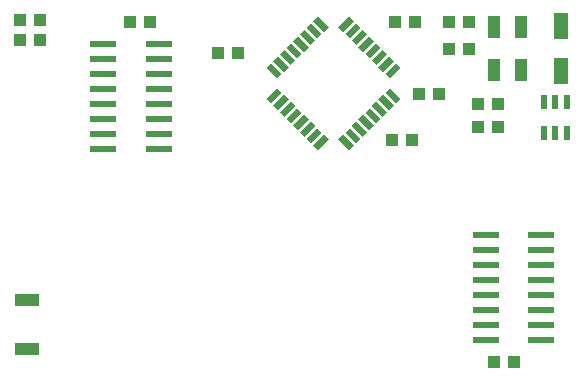
<source format=gtp>
G04 EAGLE Gerber RS-274X export*
G75*
%MOMM*%
%FSLAX34Y34*%
%LPD*%
%INSolderpaste Top*%
%IPPOS*%
%AMOC8*
5,1,8,0,0,1.08239X$1,22.5*%
G01*
%ADD10R,2.184400X0.558800*%
%ADD11R,1.270000X0.558800*%
%ADD12R,0.558800X1.270000*%
%ADD13R,1.100000X1.000000*%
%ADD14R,1.100000X1.900000*%
%ADD15R,1.150000X2.200000*%
%ADD16R,2.000000X1.000000*%


D10*
X480822Y38100D03*
X480822Y50800D03*
X480822Y63500D03*
X480822Y76200D03*
X480822Y88900D03*
X480822Y101600D03*
X480822Y114300D03*
X480822Y127000D03*
X433578Y127000D03*
X433578Y114300D03*
X433578Y101600D03*
X433578Y88900D03*
X433578Y76200D03*
X433578Y63500D03*
X433578Y50800D03*
X433578Y38100D03*
D11*
G36*
X348487Y263310D02*
X357466Y272289D01*
X361417Y268338D01*
X352438Y259359D01*
X348487Y263310D01*
G37*
G36*
X342830Y268967D02*
X351809Y277946D01*
X355760Y273995D01*
X346781Y265016D01*
X342830Y268967D01*
G37*
G36*
X337174Y274624D02*
X346153Y283603D01*
X350104Y279652D01*
X341125Y270673D01*
X337174Y274624D01*
G37*
G36*
X331517Y280281D02*
X340496Y289260D01*
X344447Y285309D01*
X335468Y276330D01*
X331517Y280281D01*
G37*
G36*
X325860Y285938D02*
X334839Y294917D01*
X338790Y290966D01*
X329811Y281987D01*
X325860Y285938D01*
G37*
G36*
X320203Y291595D02*
X329182Y300574D01*
X333133Y296623D01*
X324154Y287644D01*
X320203Y291595D01*
G37*
G36*
X314546Y297251D02*
X323525Y306230D01*
X327476Y302279D01*
X318497Y293300D01*
X314546Y297251D01*
G37*
G36*
X308889Y302908D02*
X317868Y311887D01*
X321819Y307936D01*
X312840Y298957D01*
X308889Y302908D01*
G37*
D12*
G36*
X287781Y307936D02*
X291732Y311887D01*
X300711Y302908D01*
X296760Y298957D01*
X287781Y307936D01*
G37*
G36*
X282124Y302279D02*
X286075Y306230D01*
X295054Y297251D01*
X291103Y293300D01*
X282124Y302279D01*
G37*
G36*
X276467Y296623D02*
X280418Y300574D01*
X289397Y291595D01*
X285446Y287644D01*
X276467Y296623D01*
G37*
G36*
X270810Y290966D02*
X274761Y294917D01*
X283740Y285938D01*
X279789Y281987D01*
X270810Y290966D01*
G37*
G36*
X265153Y285309D02*
X269104Y289260D01*
X278083Y280281D01*
X274132Y276330D01*
X265153Y285309D01*
G37*
G36*
X259496Y279652D02*
X263447Y283603D01*
X272426Y274624D01*
X268475Y270673D01*
X259496Y279652D01*
G37*
G36*
X253840Y273995D02*
X257791Y277946D01*
X266770Y268967D01*
X262819Y265016D01*
X253840Y273995D01*
G37*
G36*
X248183Y268338D02*
X252134Y272289D01*
X261113Y263310D01*
X257162Y259359D01*
X248183Y268338D01*
G37*
D11*
G36*
X248183Y242202D02*
X257162Y251181D01*
X261113Y247230D01*
X252134Y238251D01*
X248183Y242202D01*
G37*
G36*
X253840Y236545D02*
X262819Y245524D01*
X266770Y241573D01*
X257791Y232594D01*
X253840Y236545D01*
G37*
G36*
X259496Y230888D02*
X268475Y239867D01*
X272426Y235916D01*
X263447Y226937D01*
X259496Y230888D01*
G37*
G36*
X265153Y225231D02*
X274132Y234210D01*
X278083Y230259D01*
X269104Y221280D01*
X265153Y225231D01*
G37*
G36*
X270810Y219574D02*
X279789Y228553D01*
X283740Y224602D01*
X274761Y215623D01*
X270810Y219574D01*
G37*
G36*
X276467Y213917D02*
X285446Y222896D01*
X289397Y218945D01*
X280418Y209966D01*
X276467Y213917D01*
G37*
G36*
X282124Y208261D02*
X291103Y217240D01*
X295054Y213289D01*
X286075Y204310D01*
X282124Y208261D01*
G37*
G36*
X287781Y202604D02*
X296760Y211583D01*
X300711Y207632D01*
X291732Y198653D01*
X287781Y202604D01*
G37*
D12*
G36*
X308889Y207632D02*
X312840Y211583D01*
X321819Y202604D01*
X317868Y198653D01*
X308889Y207632D01*
G37*
G36*
X314546Y213289D02*
X318497Y217240D01*
X327476Y208261D01*
X323525Y204310D01*
X314546Y213289D01*
G37*
G36*
X320203Y218945D02*
X324154Y222896D01*
X333133Y213917D01*
X329182Y209966D01*
X320203Y218945D01*
G37*
G36*
X325860Y224602D02*
X329811Y228553D01*
X338790Y219574D01*
X334839Y215623D01*
X325860Y224602D01*
G37*
G36*
X331517Y230259D02*
X335468Y234210D01*
X344447Y225231D01*
X340496Y221280D01*
X331517Y230259D01*
G37*
G36*
X337174Y235916D02*
X341125Y239867D01*
X350104Y230888D01*
X346153Y226937D01*
X337174Y235916D01*
G37*
G36*
X342830Y241573D02*
X346781Y245524D01*
X355760Y236545D01*
X351809Y232594D01*
X342830Y241573D01*
G37*
G36*
X348487Y247230D02*
X352438Y251181D01*
X361417Y242202D01*
X357466Y238251D01*
X348487Y247230D01*
G37*
D10*
X109728Y288290D03*
X109728Y275590D03*
X109728Y262890D03*
X109728Y250190D03*
X109728Y237490D03*
X109728Y224790D03*
X109728Y212090D03*
X109728Y199390D03*
X156972Y199390D03*
X156972Y212090D03*
X156972Y224790D03*
X156972Y237490D03*
X156972Y250190D03*
X156972Y262890D03*
X156972Y275590D03*
X156972Y288290D03*
D13*
X419980Y284480D03*
X402980Y284480D03*
X419980Y307340D03*
X402980Y307340D03*
X149470Y307340D03*
X132470Y307340D03*
X441080Y19050D03*
X458080Y19050D03*
X394580Y246380D03*
X377580Y246380D03*
X354720Y207010D03*
X371720Y207010D03*
X374260Y307340D03*
X357260Y307340D03*
X427110Y218440D03*
X444110Y218440D03*
X427110Y237490D03*
X444110Y237490D03*
X207400Y280670D03*
X224400Y280670D03*
X39760Y308610D03*
X56760Y308610D03*
X39760Y292100D03*
X56760Y292100D03*
D14*
X463366Y265980D03*
X440366Y302980D03*
X440366Y265980D03*
X463366Y302980D03*
D15*
X497840Y303480D03*
X497840Y265480D03*
D12*
X483362Y213106D03*
X492760Y213106D03*
X502158Y213106D03*
X502158Y239014D03*
X492760Y239014D03*
X483362Y239014D03*
D16*
X45720Y29800D03*
X45720Y71800D03*
M02*

</source>
